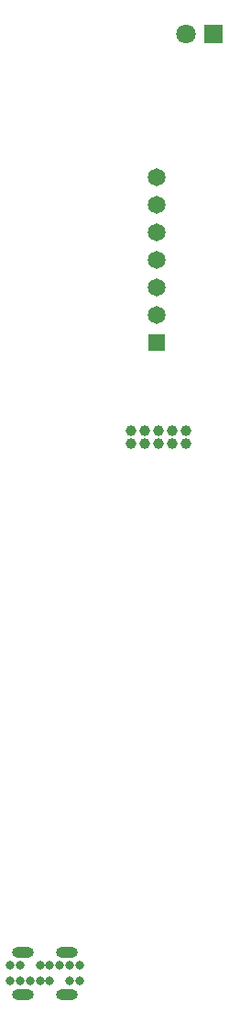
<source format=gbr>
%TF.GenerationSoftware,KiCad,Pcbnew,7.0.1*%
%TF.CreationDate,2023-06-20T23:21:37+02:00*%
%TF.ProjectId,airquality,61697271-7561-46c6-9974-792e6b696361,rev?*%
%TF.SameCoordinates,Original*%
%TF.FileFunction,Soldermask,Bot*%
%TF.FilePolarity,Negative*%
%FSLAX46Y46*%
G04 Gerber Fmt 4.6, Leading zero omitted, Abs format (unit mm)*
G04 Created by KiCad (PCBNEW 7.0.1) date 2023-06-20 23:21:37*
%MOMM*%
%LPD*%
G01*
G04 APERTURE LIST*
%ADD10R,1.800000X1.800000*%
%ADD11C,1.800000*%
%ADD12C,0.800000*%
%ADD13O,2.000000X1.000000*%
%ADD14C,1.000000*%
%ADD15R,1.650000X1.650000*%
%ADD16C,1.650000*%
G04 APERTURE END LIST*
D10*
%TO.C,D1*%
X35600000Y91600000D03*
D11*
X33060000Y91600000D03*
%TD*%
D12*
%TO.C,USB1*%
X23250000Y5750000D03*
X22300000Y5750000D03*
X21350000Y5750000D03*
X20450000Y5750000D03*
X19550000Y5750000D03*
X17700000Y5750000D03*
X16750000Y5750000D03*
X16750000Y4300000D03*
X17700000Y4300000D03*
X18650000Y4300000D03*
X19550000Y4300000D03*
X20450000Y4300000D03*
X22300000Y4300000D03*
X23250000Y4300000D03*
D13*
X22000000Y3095000D03*
X22000000Y6955000D03*
X18000000Y3095000D03*
X18000000Y6955000D03*
%TD*%
D14*
%TO.C,U3*%
X33000000Y55000000D03*
X33000000Y53840000D03*
X31730000Y55000000D03*
X31730000Y53840000D03*
X30460000Y55000000D03*
X30460000Y53840000D03*
X29190000Y55000000D03*
X29190000Y53840000D03*
X27920000Y55000000D03*
X27920000Y53840000D03*
%TD*%
D15*
%TO.C,SCD1*%
X30300000Y63160000D03*
D16*
X30300000Y65700000D03*
X30300000Y68240000D03*
X30300000Y70780000D03*
X30300000Y73320000D03*
X30300000Y75860000D03*
X30300000Y78400000D03*
%TD*%
M02*

</source>
